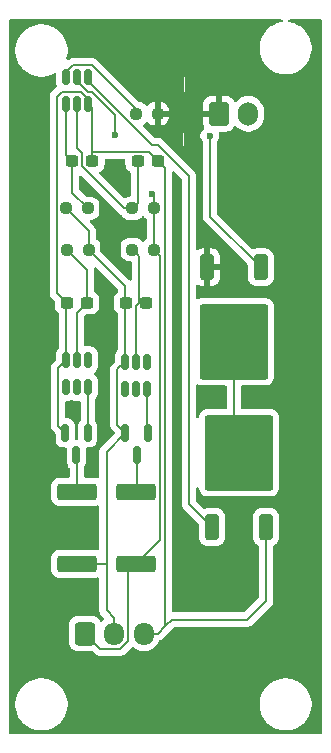
<source format=gbr>
%TF.GenerationSoftware,KiCad,Pcbnew,9.0.4*%
%TF.CreationDate,2025-10-23T14:08:18-04:00*%
%TF.ProjectId,BMS,424d532e-6b69-4636-9164-5f7063625858,rev?*%
%TF.SameCoordinates,Original*%
%TF.FileFunction,Copper,L1,Top*%
%TF.FilePolarity,Positive*%
%FSLAX46Y46*%
G04 Gerber Fmt 4.6, Leading zero omitted, Abs format (unit mm)*
G04 Created by KiCad (PCBNEW 9.0.4) date 2025-10-23 14:08:18*
%MOMM*%
%LPD*%
G01*
G04 APERTURE LIST*
G04 Aperture macros list*
%AMRoundRect*
0 Rectangle with rounded corners*
0 $1 Rounding radius*
0 $2 $3 $4 $5 $6 $7 $8 $9 X,Y pos of 4 corners*
0 Add a 4 corners polygon primitive as box body*
4,1,4,$2,$3,$4,$5,$6,$7,$8,$9,$2,$3,0*
0 Add four circle primitives for the rounded corners*
1,1,$1+$1,$2,$3*
1,1,$1+$1,$4,$5*
1,1,$1+$1,$6,$7*
1,1,$1+$1,$8,$9*
0 Add four rect primitives between the rounded corners*
20,1,$1+$1,$2,$3,$4,$5,0*
20,1,$1+$1,$4,$5,$6,$7,0*
20,1,$1+$1,$6,$7,$8,$9,0*
20,1,$1+$1,$8,$9,$2,$3,0*%
G04 Aperture macros list end*
%TA.AperFunction,SMDPad,CuDef*%
%ADD10RoundRect,0.150000X-0.150000X0.587500X-0.150000X-0.587500X0.150000X-0.587500X0.150000X0.587500X0*%
%TD*%
%TA.AperFunction,SMDPad,CuDef*%
%ADD11RoundRect,0.150000X-0.150000X0.512500X-0.150000X-0.512500X0.150000X-0.512500X0.150000X0.512500X0*%
%TD*%
%TA.AperFunction,SMDPad,CuDef*%
%ADD12RoundRect,0.237500X-0.300000X-0.237500X0.300000X-0.237500X0.300000X0.237500X-0.300000X0.237500X0*%
%TD*%
%TA.AperFunction,SMDPad,CuDef*%
%ADD13RoundRect,0.249999X-1.425001X0.450001X-1.425001X-0.450001X1.425001X-0.450001X1.425001X0.450001X0*%
%TD*%
%TA.AperFunction,SMDPad,CuDef*%
%ADD14RoundRect,0.250000X0.350000X-0.850000X0.350000X0.850000X-0.350000X0.850000X-0.350000X-0.850000X0*%
%TD*%
%TA.AperFunction,SMDPad,CuDef*%
%ADD15RoundRect,0.249997X2.650003X-2.950003X2.650003X2.950003X-2.650003X2.950003X-2.650003X-2.950003X0*%
%TD*%
%TA.AperFunction,SMDPad,CuDef*%
%ADD16RoundRect,0.237500X-0.250000X-0.237500X0.250000X-0.237500X0.250000X0.237500X-0.250000X0.237500X0*%
%TD*%
%TA.AperFunction,ComponentPad*%
%ADD17RoundRect,0.250000X-0.600000X-0.750000X0.600000X-0.750000X0.600000X0.750000X-0.600000X0.750000X0*%
%TD*%
%TA.AperFunction,ComponentPad*%
%ADD18O,1.700000X2.000000*%
%TD*%
%TA.AperFunction,ComponentPad*%
%ADD19RoundRect,0.250000X-0.600000X-0.725000X0.600000X-0.725000X0.600000X0.725000X-0.600000X0.725000X0*%
%TD*%
%TA.AperFunction,ComponentPad*%
%ADD20O,1.700000X1.950000*%
%TD*%
%TA.AperFunction,SMDPad,CuDef*%
%ADD21RoundRect,0.250000X-0.350000X0.850000X-0.350000X-0.850000X0.350000X-0.850000X0.350000X0.850000X0*%
%TD*%
%TA.AperFunction,SMDPad,CuDef*%
%ADD22RoundRect,0.249997X-2.650003X2.950003X-2.650003X-2.950003X2.650003X-2.950003X2.650003X2.950003X0*%
%TD*%
%TA.AperFunction,ViaPad*%
%ADD23C,0.600000*%
%TD*%
%TA.AperFunction,Conductor*%
%ADD24C,0.200000*%
%TD*%
G04 APERTURE END LIST*
D10*
%TO.P,Q4,1,D*%
%TO.N,Net-(Q4-D)*%
X145000000Y-96000000D03*
%TO.P,Q4,2,G*%
%TO.N,Net-(J1-Pin_2)*%
X143100000Y-96000000D03*
%TO.P,Q4,3,S*%
%TO.N,Net-(Q4-S)*%
X144050000Y-97875000D03*
%TD*%
%TO.P,Q3,1,D*%
%TO.N,Net-(Q3-D)*%
X139900000Y-96000000D03*
%TO.P,Q3,2,G*%
%TO.N,Net-(J1-Pin_3)*%
X138000000Y-96000000D03*
%TO.P,Q3,3,S*%
%TO.N,Net-(Q3-S)*%
X138950000Y-97875000D03*
%TD*%
D11*
%TO.P,U1,1,1A*%
%TO.N,unconnected-(U1-1A-Pad1)*%
X139950000Y-89862500D03*
%TO.P,U1,2,GND*%
%TO.N,Net-(U1-GND)*%
X139000000Y-89862500D03*
%TO.P,U1,3,2A*%
%TO.N,Net-(J1-Pin_3)*%
X138050000Y-89862500D03*
%TO.P,U1,4,2Y*%
%TO.N,unconnected-(U1-2Y-Pad4)*%
X138050000Y-92137500D03*
%TO.P,U1,5,V_{CC}*%
%TO.N,unconnected-(U1-V_{CC}-Pad5)*%
X139000000Y-92137500D03*
%TO.P,U1,6,1Y*%
%TO.N,Net-(Q3-D)*%
X139950000Y-92137500D03*
%TD*%
D12*
%TO.P,C1,1*%
%TO.N,Net-(U3-IO3)*%
X138575000Y-73000000D03*
%TO.P,C1,2*%
%TO.N,Net-(J1-Pin_3)*%
X140300000Y-73000000D03*
%TD*%
D13*
%TO.P,R5,1*%
%TO.N,Net-(Q3-S)*%
X139000000Y-101000000D03*
%TO.P,R5,2*%
%TO.N,Net-(J1-Pin_2)*%
X139000000Y-107100000D03*
%TD*%
D14*
%TO.P,Q2,1,D*%
%TO.N,Net-(Q2-D)*%
X150440000Y-104000000D03*
D15*
%TO.P,Q2,2,G*%
%TO.N,Net-(Q1-G)*%
X152720000Y-97700000D03*
D14*
%TO.P,Q2,3,S*%
%TO.N,Net-(J1-Pin_3)*%
X155000000Y-104000000D03*
%TD*%
D16*
%TO.P,R7,1*%
%TO.N,Net-(U3-IO2)*%
X144000000Y-69000000D03*
%TO.P,R7,2*%
%TO.N,GND*%
X145825000Y-69000000D03*
%TD*%
D12*
%TO.P,C4,1*%
%TO.N,Net-(J1-Pin_2)*%
X143137500Y-85000000D03*
%TO.P,C4,2*%
%TO.N,Net-(U2-GND)*%
X144862500Y-85000000D03*
%TD*%
%TO.P,C2,1*%
%TO.N,Net-(U3-VP)*%
X144137500Y-73000000D03*
%TO.P,C2,2*%
%TO.N,Net-(J1-Pin_3)*%
X145862500Y-73000000D03*
%TD*%
D16*
%TO.P,R2,1*%
%TO.N,Net-(U3-VP)*%
X143675000Y-77000000D03*
%TO.P,R2,2*%
%TO.N,Net-(J1-Pin_1)*%
X145500000Y-77000000D03*
%TD*%
%TO.P,R1,1*%
%TO.N,Net-(J1-Pin_2)*%
X138087500Y-77000000D03*
%TO.P,R1,2*%
%TO.N,Net-(U3-IO3)*%
X139912500Y-77000000D03*
%TD*%
D13*
%TO.P,R6,1*%
%TO.N,Net-(Q4-S)*%
X144000000Y-101000000D03*
%TO.P,R6,2*%
%TO.N,Net-(J1-Pin_1)*%
X144000000Y-107100000D03*
%TD*%
D17*
%TO.P,J2,1,Pin_1*%
%TO.N,GND*%
X151000000Y-69000000D03*
D18*
%TO.P,J2,2,Pin_2*%
%TO.N,Net-(J1-Pin_1)*%
X153500000Y-69000000D03*
%TD*%
D12*
%TO.P,C3,1*%
%TO.N,Net-(J1-Pin_3)*%
X138137500Y-85000000D03*
%TO.P,C3,2*%
%TO.N,Net-(U1-GND)*%
X139862500Y-85000000D03*
%TD*%
D11*
%TO.P,U3,1,IO1*%
%TO.N,Net-(Q2-D)*%
X139950000Y-65862500D03*
%TO.P,U3,2,VN*%
%TO.N,Net-(Q1-D)*%
X139000000Y-65862500D03*
%TO.P,U3,3,IO2*%
%TO.N,Net-(U3-IO2)*%
X138050000Y-65862500D03*
%TO.P,U3,4,IO3*%
%TO.N,Net-(U3-IO3)*%
X138050000Y-68137500D03*
%TO.P,U3,5,VP*%
%TO.N,Net-(U3-VP)*%
X139000000Y-68137500D03*
%TO.P,U3,6,IO4*%
%TO.N,Net-(J1-Pin_3)*%
X139950000Y-68137500D03*
%TD*%
D19*
%TO.P,J1,1,Pin_1*%
%TO.N,Net-(J1-Pin_1)*%
X139675000Y-113000000D03*
D20*
%TO.P,J1,2,Pin_2*%
%TO.N,Net-(J1-Pin_2)*%
X142175000Y-113000000D03*
%TO.P,J1,3,Pin_3*%
%TO.N,Net-(J1-Pin_3)*%
X144675000Y-113000000D03*
%TD*%
D16*
%TO.P,R3,1*%
%TO.N,Net-(U1-GND)*%
X138175000Y-80500000D03*
%TO.P,R3,2*%
%TO.N,Net-(J1-Pin_2)*%
X140000000Y-80500000D03*
%TD*%
D21*
%TO.P,Q1,1,D*%
%TO.N,Net-(Q1-D)*%
X154560000Y-82000000D03*
D22*
%TO.P,Q1,2,G*%
%TO.N,Net-(Q1-G)*%
X152280000Y-88300000D03*
D21*
%TO.P,Q1,3,S*%
%TO.N,GND*%
X150000000Y-82000000D03*
%TD*%
D16*
%TO.P,R4,1*%
%TO.N,Net-(U2-GND)*%
X143675000Y-80500000D03*
%TO.P,R4,2*%
%TO.N,Net-(J1-Pin_1)*%
X145500000Y-80500000D03*
%TD*%
D11*
%TO.P,U2,1,1A*%
%TO.N,unconnected-(U2-1A-Pad1)*%
X144950000Y-90000000D03*
%TO.P,U2,2,GND*%
%TO.N,Net-(U2-GND)*%
X144000000Y-90000000D03*
%TO.P,U2,3,2A*%
%TO.N,Net-(J1-Pin_2)*%
X143050000Y-90000000D03*
%TO.P,U2,4,2Y*%
%TO.N,unconnected-(U2-2Y-Pad4)*%
X143050000Y-92275000D03*
%TO.P,U2,5,V_{CC}*%
%TO.N,unconnected-(U2-V_{CC}-Pad5)*%
X144000000Y-92275000D03*
%TO.P,U2,6,1Y*%
%TO.N,Net-(Q4-D)*%
X144950000Y-92275000D03*
%TD*%
D23*
%TO.N,Net-(J1-Pin_1)*%
X145368800Y-75807200D03*
%TO.N,GND*%
X157226000Y-78130400D03*
X134467600Y-76149200D03*
X138938000Y-94030800D03*
X134366000Y-69342000D03*
X155041600Y-75285600D03*
X153060400Y-76962000D03*
X134823200Y-108864400D03*
X134467600Y-84226400D03*
X142087600Y-78282800D03*
X140360400Y-87528400D03*
X152146000Y-115316000D03*
X151231600Y-63550800D03*
X147320000Y-80314800D03*
X150114000Y-93116400D03*
X150215600Y-108508800D03*
X147472400Y-86918800D03*
X145542000Y-64363600D03*
X158394400Y-83058000D03*
X157784800Y-109169200D03*
X141478000Y-83312000D03*
X150012400Y-79400400D03*
X157327600Y-113893600D03*
X142595600Y-73812400D03*
X142189200Y-80873600D03*
X147320000Y-69392800D03*
X140817600Y-62890400D03*
X134315200Y-91186000D03*
X147421600Y-91490800D03*
X157784800Y-92659200D03*
X148183600Y-106273600D03*
X147878800Y-71983600D03*
X134315200Y-99110800D03*
%TO.N,Net-(Q1-D)*%
X142228200Y-70776300D03*
X150254800Y-70844400D03*
%TD*%
D24*
%TO.N,Net-(J1-Pin_1)*%
X143328300Y-113633000D02*
X143328300Y-107771700D01*
X143328300Y-107771700D02*
X144000000Y-107100000D01*
X145500000Y-77000000D02*
X145500000Y-80500000D01*
X145500000Y-80500000D02*
X146010200Y-81010200D01*
X142663500Y-114297800D02*
X143328300Y-113633000D01*
X146010200Y-105089800D02*
X144000000Y-107100000D01*
X146010200Y-81010200D02*
X146010200Y-105089800D01*
X139675000Y-113000000D02*
X140972800Y-114297800D01*
X140972800Y-114297800D02*
X142663500Y-114297800D01*
X145500000Y-75938400D02*
X145500000Y-77000000D01*
X145368800Y-75807200D02*
X145500000Y-75938400D01*
%TO.N,Net-(Q1-G)*%
X152720000Y-97700000D02*
X152280000Y-97260000D01*
X152280000Y-97260000D02*
X152280000Y-88300000D01*
%TO.N,Net-(J1-Pin_2)*%
X143050000Y-85089800D02*
X143050000Y-83550000D01*
X142175000Y-113000000D02*
X142175000Y-111723300D01*
X143100000Y-96000000D02*
X141500100Y-97599900D01*
X142424300Y-95324300D02*
X143100000Y-96000000D01*
X141500100Y-111048400D02*
X142175000Y-111723300D01*
X138087500Y-77000000D02*
X140000000Y-78912500D01*
X140000000Y-78912500D02*
X140000000Y-80500000D01*
X143050000Y-85087500D02*
X143137500Y-85000000D01*
X143050000Y-85089800D02*
X143050000Y-85087500D01*
X143050000Y-83550000D02*
X140000000Y-80500000D01*
X141500100Y-107100000D02*
X139000000Y-107100000D01*
X141500100Y-97599900D02*
X141500100Y-107100000D01*
X143050000Y-90000000D02*
X143050000Y-85089800D01*
X143050000Y-90000000D02*
X142424300Y-90625700D01*
X142424300Y-90625700D02*
X142424300Y-95324300D01*
X141500100Y-107100000D02*
X141500100Y-111048400D01*
%TO.N,Net-(Q3-S)*%
X138950000Y-97875000D02*
X139000000Y-97925000D01*
X139000000Y-97925000D02*
X139000000Y-101000000D01*
%TO.N,Net-(U3-IO3)*%
X138575000Y-75662500D02*
X139912500Y-77000000D01*
X138575000Y-73000000D02*
X138575000Y-75662500D01*
X138050000Y-72475000D02*
X138050000Y-68137500D01*
X138575000Y-73000000D02*
X138050000Y-72475000D01*
%TO.N,Net-(Q4-S)*%
X144050000Y-100950000D02*
X144050000Y-97875000D01*
X144000000Y-101000000D02*
X144050000Y-100950000D01*
%TO.N,Net-(U3-IO2)*%
X144000000Y-68582300D02*
X140309400Y-64891700D01*
X144000000Y-69000000D02*
X144000000Y-68582300D01*
X138654900Y-64891700D02*
X138050000Y-65496600D01*
X140309400Y-64891700D02*
X138654900Y-64891700D01*
X138050000Y-65496600D02*
X138050000Y-65862500D01*
%TO.N,Net-(U3-VP)*%
X144137500Y-76537500D02*
X143675000Y-77000000D01*
X143675000Y-77000000D02*
X142981200Y-77000000D01*
X139000000Y-71874700D02*
X139000000Y-68137500D01*
X139437500Y-72312200D02*
X139000000Y-71874700D01*
X144137500Y-73000000D02*
X144137500Y-76537500D01*
X139437500Y-73456300D02*
X139437500Y-72312200D01*
X142981200Y-77000000D02*
X139437500Y-73456300D01*
%TO.N,Net-(U1-GND)*%
X138175000Y-80500000D02*
X139862500Y-82187500D01*
X139000000Y-85862500D02*
X139862500Y-85000000D01*
X139000000Y-89862500D02*
X139000000Y-85862500D01*
X139862500Y-82187500D02*
X139862500Y-85000000D01*
%TO.N,Net-(U2-GND)*%
X144000000Y-85254000D02*
X144254000Y-85000000D01*
X144254000Y-81079000D02*
X143675000Y-80500000D01*
X144000000Y-90000000D02*
X144000000Y-85254000D01*
X144254000Y-85000000D02*
X144862500Y-85000000D01*
X144254000Y-85000000D02*
X144254000Y-81079000D01*
%TO.N,Net-(J1-Pin_3)*%
X139950000Y-68137500D02*
X140300000Y-68487500D01*
X137710400Y-67123500D02*
X137275900Y-67558000D01*
X138050000Y-86673800D02*
X138050000Y-87433700D01*
X138050000Y-85439800D02*
X138050000Y-85481100D01*
X147003400Y-111816600D02*
X146560000Y-112260000D01*
X138050000Y-85481100D02*
X138050000Y-85781500D01*
X139950000Y-67742700D02*
X139330800Y-67123500D01*
X153425000Y-111816600D02*
X147003400Y-111816600D01*
X138050000Y-85781500D02*
X138050000Y-86673800D01*
X138050000Y-87475000D02*
X138050000Y-89862500D01*
X145067400Y-72204900D02*
X145862500Y-73000000D01*
X137275900Y-67558000D02*
X137275900Y-84138400D01*
X145826700Y-113000000D02*
X146436200Y-112390500D01*
X138050000Y-85087500D02*
X138050000Y-85439800D01*
X155000000Y-110241600D02*
X153425000Y-111816600D01*
X155000000Y-104000000D02*
X155000000Y-110241600D01*
X144675000Y-113000000D02*
X145826700Y-113000000D01*
X138050000Y-87433700D02*
X138050000Y-87475000D01*
X146436200Y-73573700D02*
X145862500Y-73000000D01*
X140300000Y-72204900D02*
X140300000Y-73000000D01*
X139950000Y-68137500D02*
X139950000Y-67742700D01*
X138000000Y-96000000D02*
X137394100Y-95394100D01*
X140300000Y-68487500D02*
X140300000Y-72204900D01*
X146436200Y-112390500D02*
X146436200Y-73573700D01*
X139330800Y-67123500D02*
X137710400Y-67123500D01*
X137394100Y-95394100D02*
X137394100Y-90518400D01*
X140300000Y-72204900D02*
X145067400Y-72204900D01*
X138137500Y-85000000D02*
X138050000Y-85087500D01*
X137275900Y-84138400D02*
X138137500Y-85000000D01*
X137394100Y-90518400D02*
X138050000Y-89862500D01*
%TO.N,Net-(Q1-D)*%
X142228200Y-70776300D02*
X142228200Y-69113500D01*
X139000000Y-66219700D02*
X139000000Y-65862500D01*
X139921900Y-67141600D02*
X139000000Y-66219700D01*
X140256300Y-67141600D02*
X139921900Y-67141600D01*
X142228200Y-69113500D02*
X140256300Y-67141600D01*
X154560000Y-82000000D02*
X150254800Y-77694800D01*
X150254800Y-77694800D02*
X150254800Y-70844400D01*
%TO.N,Net-(Q2-D)*%
X139950000Y-66227000D02*
X145368400Y-71645400D01*
X145860200Y-71645400D02*
X148475000Y-74260200D01*
X148475000Y-74260200D02*
X148475000Y-102035000D01*
X145368400Y-71645400D02*
X145860200Y-71645400D01*
X148475000Y-102035000D02*
X150440000Y-104000000D01*
X139950000Y-65862500D02*
X139950000Y-66227000D01*
%TO.N,Net-(Q3-D)*%
X139950000Y-95950000D02*
X139950000Y-92137500D01*
X139900000Y-96000000D02*
X139950000Y-95950000D01*
%TO.N,Net-(Q4-D)*%
X144950000Y-95950000D02*
X144950000Y-92275000D01*
X145000000Y-96000000D02*
X144950000Y-95950000D01*
%TD*%
%TA.AperFunction,Conductor*%
%TO.N,GND*%
G36*
X147241903Y-73876784D02*
G01*
X147248381Y-73882816D01*
X147838181Y-74472616D01*
X147871666Y-74533939D01*
X147874500Y-74560297D01*
X147874500Y-84567027D01*
X147574000Y-109016800D01*
X147036700Y-108998847D01*
X147036700Y-73970497D01*
X147056385Y-73903458D01*
X147109189Y-73857703D01*
X147178347Y-73847759D01*
X147241903Y-73876784D01*
G37*
%TD.AperFunction*%
%TA.AperFunction,Conductor*%
G36*
X133819190Y-64067046D02*
G01*
X133894177Y-64346905D01*
X134005052Y-64614580D01*
X134005057Y-64614591D01*
X134034718Y-64665964D01*
X134149920Y-64865499D01*
X134149922Y-64865502D01*
X134149923Y-64865503D01*
X134326295Y-65095357D01*
X134326301Y-65095364D01*
X134531163Y-65300226D01*
X134531169Y-65300231D01*
X134761029Y-65476608D01*
X134919700Y-65568217D01*
X135011936Y-65621470D01*
X135011941Y-65621472D01*
X135011944Y-65621474D01*
X135279621Y-65732350D01*
X135559481Y-65807338D01*
X135846734Y-65845156D01*
X135846741Y-65845156D01*
X136136459Y-65845156D01*
X136136466Y-65845156D01*
X136423719Y-65807338D01*
X136703579Y-65732350D01*
X136971256Y-65621474D01*
X137063500Y-65568217D01*
X137131400Y-65551744D01*
X137197427Y-65574596D01*
X137240617Y-65629517D01*
X137249500Y-65675604D01*
X137249500Y-66440701D01*
X137252401Y-66477567D01*
X137252402Y-66477573D01*
X137289279Y-66604502D01*
X137289080Y-66674372D01*
X137257884Y-66726778D01*
X136900117Y-67084546D01*
X136900114Y-67084548D01*
X136900115Y-67084549D01*
X136795378Y-67189285D01*
X136762933Y-67245483D01*
X136753294Y-67262180D01*
X136734808Y-67294197D01*
X136716323Y-67326214D01*
X136716323Y-67326215D01*
X136675399Y-67478943D01*
X136675399Y-67478945D01*
X136675399Y-67647046D01*
X136675400Y-67647059D01*
X136675400Y-84051730D01*
X136675399Y-84051748D01*
X136675399Y-84217454D01*
X136675398Y-84217454D01*
X136678732Y-84229897D01*
X136716323Y-84370185D01*
X136716324Y-84370187D01*
X136716323Y-84370187D01*
X136733245Y-84399495D01*
X136733247Y-84399497D01*
X136733248Y-84399499D01*
X136774669Y-84471243D01*
X136795379Y-84507115D01*
X136914249Y-84625985D01*
X136914255Y-84625990D01*
X137063181Y-84774916D01*
X137096666Y-84836239D01*
X137099500Y-84862597D01*
X137099500Y-85286669D01*
X137099501Y-85286687D01*
X137109825Y-85387752D01*
X137146109Y-85497249D01*
X137164092Y-85551516D01*
X137254660Y-85698350D01*
X137376650Y-85820340D01*
X137388920Y-85827908D01*
X137390596Y-85828942D01*
X137437321Y-85880890D01*
X137449500Y-85934481D01*
X137449500Y-88829191D01*
X137429815Y-88896230D01*
X137413181Y-88916872D01*
X137381923Y-88948129D01*
X137381917Y-88948137D01*
X137298255Y-89089603D01*
X137298254Y-89089606D01*
X137252402Y-89247426D01*
X137252401Y-89247432D01*
X137249500Y-89284298D01*
X137249500Y-89762402D01*
X137229815Y-89829441D01*
X137213181Y-89850083D01*
X136913581Y-90149682D01*
X136913577Y-90149687D01*
X136866508Y-90231215D01*
X136866508Y-90231216D01*
X136834523Y-90286614D01*
X136834523Y-90286615D01*
X136793599Y-90439343D01*
X136793599Y-90439345D01*
X136793599Y-90607446D01*
X136793600Y-90607459D01*
X136793600Y-95307430D01*
X136793599Y-95307448D01*
X136793599Y-95473154D01*
X136793598Y-95473154D01*
X136834523Y-95625885D01*
X136863458Y-95676000D01*
X136863459Y-95676004D01*
X136863460Y-95676004D01*
X136913579Y-95762814D01*
X136913581Y-95762817D01*
X137032449Y-95881685D01*
X137032455Y-95881690D01*
X137163181Y-96012416D01*
X137196666Y-96073739D01*
X137199500Y-96100097D01*
X137199500Y-96653201D01*
X137202401Y-96690067D01*
X137202402Y-96690073D01*
X137248254Y-96847893D01*
X137248255Y-96847896D01*
X137331917Y-96989362D01*
X137331923Y-96989370D01*
X137448129Y-97105576D01*
X137448133Y-97105579D01*
X137448135Y-97105581D01*
X137589602Y-97189244D01*
X137631224Y-97201336D01*
X137747426Y-97235097D01*
X137747429Y-97235097D01*
X137747431Y-97235098D01*
X137784306Y-97238000D01*
X138025500Y-97238000D01*
X138092539Y-97257685D01*
X138138294Y-97310489D01*
X138149500Y-97362000D01*
X138149500Y-98528201D01*
X138152401Y-98565067D01*
X138152402Y-98565073D01*
X138198254Y-98722893D01*
X138198255Y-98722896D01*
X138281917Y-98864362D01*
X138281923Y-98864370D01*
X138363181Y-98945628D01*
X138396666Y-99006951D01*
X138399500Y-99033309D01*
X138399500Y-99675500D01*
X138379815Y-99742539D01*
X138327011Y-99788294D01*
X138275500Y-99799500D01*
X137524982Y-99799500D01*
X137422203Y-99810000D01*
X137422202Y-99810001D01*
X137364188Y-99829225D01*
X137255667Y-99865185D01*
X137255662Y-99865187D01*
X137106342Y-99957289D01*
X136982289Y-100081342D01*
X136890187Y-100230662D01*
X136890186Y-100230665D01*
X136835001Y-100397202D01*
X136835001Y-100397203D01*
X136835000Y-100397203D01*
X136824500Y-100499982D01*
X136824500Y-101500017D01*
X136835000Y-101602796D01*
X136835001Y-101602798D01*
X136890186Y-101769335D01*
X136982288Y-101918656D01*
X137106344Y-102042712D01*
X137255665Y-102134814D01*
X137422202Y-102189999D01*
X137524990Y-102200500D01*
X137524995Y-102200500D01*
X140475005Y-102200500D01*
X140475010Y-102200500D01*
X140577798Y-102189999D01*
X140736601Y-102137376D01*
X140806424Y-102134975D01*
X140866466Y-102170706D01*
X140897659Y-102233227D01*
X140899600Y-102255083D01*
X140899600Y-105844916D01*
X140879915Y-105911955D01*
X140827111Y-105957710D01*
X140757953Y-105967654D01*
X140736600Y-105962623D01*
X140577798Y-105910001D01*
X140577796Y-105910000D01*
X140475017Y-105899500D01*
X140475010Y-105899500D01*
X137524990Y-105899500D01*
X137524982Y-105899500D01*
X137422203Y-105910000D01*
X137422202Y-105910001D01*
X137364188Y-105929225D01*
X137255667Y-105965185D01*
X137255662Y-105965187D01*
X137106342Y-106057289D01*
X136982289Y-106181342D01*
X136890187Y-106330662D01*
X136890186Y-106330665D01*
X136835001Y-106497202D01*
X136835001Y-106497203D01*
X136835000Y-106497203D01*
X136824500Y-106599982D01*
X136824500Y-107600017D01*
X136835000Y-107702796D01*
X136835001Y-107702798D01*
X136890186Y-107869335D01*
X136982288Y-108018656D01*
X137106344Y-108142712D01*
X137255665Y-108234814D01*
X137422202Y-108289999D01*
X137524990Y-108300500D01*
X137524995Y-108300500D01*
X140475005Y-108300500D01*
X140475010Y-108300500D01*
X140577798Y-108289999D01*
X140736601Y-108237376D01*
X140806424Y-108234975D01*
X140866466Y-108270706D01*
X140897659Y-108333227D01*
X140899600Y-108355083D01*
X140899600Y-108793788D01*
X133250500Y-108538210D01*
X133250500Y-63803654D01*
X133783320Y-63794601D01*
X133819190Y-64067046D01*
G37*
%TD.AperFunction*%
%TA.AperFunction,Conductor*%
G36*
X140668203Y-82017884D02*
G01*
X140674681Y-82023916D01*
X142413181Y-83762416D01*
X142427884Y-83789343D01*
X142444477Y-83815162D01*
X142445368Y-83821362D01*
X142446666Y-83823739D01*
X142449500Y-83850097D01*
X142449500Y-84065518D01*
X142429815Y-84132557D01*
X142390600Y-84171055D01*
X142376650Y-84179660D01*
X142376649Y-84179660D01*
X142254661Y-84301648D01*
X142164093Y-84448481D01*
X142164092Y-84448484D01*
X142109826Y-84612247D01*
X142109826Y-84612248D01*
X142109825Y-84612248D01*
X142099500Y-84713315D01*
X142099500Y-85286669D01*
X142099501Y-85286687D01*
X142109825Y-85387752D01*
X142146109Y-85497249D01*
X142164092Y-85551516D01*
X142254660Y-85698350D01*
X142376650Y-85820340D01*
X142388920Y-85827908D01*
X142390596Y-85828942D01*
X142437321Y-85880890D01*
X142449500Y-85934481D01*
X142449500Y-88966691D01*
X142429815Y-89033730D01*
X142413181Y-89054372D01*
X142381923Y-89085629D01*
X142381917Y-89085637D01*
X142298255Y-89227103D01*
X142298254Y-89227106D01*
X142252402Y-89384926D01*
X142252401Y-89384932D01*
X142249500Y-89421798D01*
X142249500Y-89899902D01*
X142229815Y-89966941D01*
X142213181Y-89987583D01*
X141943781Y-90256982D01*
X141943780Y-90256984D01*
X141894108Y-90343020D01*
X141864723Y-90393915D01*
X141823799Y-90546643D01*
X141823799Y-90546645D01*
X141823799Y-90714746D01*
X141823800Y-90714759D01*
X141823800Y-95237630D01*
X141823799Y-95237648D01*
X141823799Y-95403354D01*
X141823798Y-95403354D01*
X141823799Y-95403357D01*
X141864723Y-95556085D01*
X141864724Y-95556086D01*
X141879271Y-95581284D01*
X141879272Y-95581285D01*
X141943775Y-95693009D01*
X141943781Y-95693017D01*
X142062649Y-95811885D01*
X142062655Y-95811890D01*
X142163083Y-95912318D01*
X142196568Y-95973641D01*
X142191584Y-96043333D01*
X142163083Y-96087680D01*
X141131386Y-97119378D01*
X141019581Y-97231182D01*
X141019579Y-97231184D01*
X141009175Y-97249206D01*
X140994572Y-97274500D01*
X140982759Y-97294961D01*
X140944054Y-97362000D01*
X140940523Y-97368115D01*
X140899599Y-97520843D01*
X140899599Y-97520845D01*
X140899599Y-97688946D01*
X140899600Y-97688959D01*
X140899600Y-99744916D01*
X140879915Y-99811955D01*
X140827111Y-99857710D01*
X140757953Y-99867654D01*
X140736600Y-99862623D01*
X140577798Y-99810001D01*
X140577796Y-99810000D01*
X140475017Y-99799500D01*
X140475010Y-99799500D01*
X139724500Y-99799500D01*
X139657461Y-99779815D01*
X139611706Y-99727011D01*
X139600500Y-99675500D01*
X139600500Y-98928015D01*
X139617768Y-98864894D01*
X139618083Y-98864362D01*
X139701744Y-98722898D01*
X139747598Y-98565069D01*
X139750500Y-98528194D01*
X139750500Y-97362000D01*
X139770185Y-97294961D01*
X139822989Y-97249206D01*
X139874500Y-97238000D01*
X140115686Y-97238000D01*
X140115694Y-97238000D01*
X140152569Y-97235098D01*
X140152571Y-97235097D01*
X140152573Y-97235097D01*
X140194191Y-97223005D01*
X140310398Y-97189244D01*
X140451865Y-97105581D01*
X140568081Y-96989365D01*
X140651744Y-96847898D01*
X140697598Y-96690069D01*
X140700500Y-96653194D01*
X140700500Y-95346806D01*
X140697598Y-95309931D01*
X140696871Y-95307430D01*
X140651745Y-95152106D01*
X140651744Y-95152103D01*
X140651744Y-95152102D01*
X140603583Y-95070667D01*
X140567768Y-95010105D01*
X140550500Y-94946984D01*
X140550500Y-93170808D01*
X140570185Y-93103769D01*
X140586820Y-93083126D01*
X140618076Y-93051870D01*
X140618081Y-93051865D01*
X140701744Y-92910398D01*
X140747598Y-92752569D01*
X140750500Y-92715694D01*
X140750500Y-91559306D01*
X140747598Y-91522431D01*
X140701744Y-91364602D01*
X140618081Y-91223135D01*
X140618079Y-91223133D01*
X140618076Y-91223129D01*
X140501870Y-91106923D01*
X140501867Y-91106921D01*
X140501865Y-91106919D01*
X140501549Y-91106732D01*
X140501353Y-91106522D01*
X140495702Y-91102139D01*
X140496409Y-91101227D01*
X140453866Y-91055664D01*
X140441362Y-90986923D01*
X140468006Y-90922333D01*
X140495921Y-90898144D01*
X140495702Y-90897861D01*
X140500911Y-90893820D01*
X140501550Y-90893267D01*
X140501865Y-90893081D01*
X140618081Y-90776865D01*
X140701744Y-90635398D01*
X140747598Y-90477569D01*
X140750500Y-90440694D01*
X140750500Y-89284306D01*
X140747598Y-89247431D01*
X140701744Y-89089602D01*
X140618081Y-88948135D01*
X140618079Y-88948133D01*
X140618076Y-88948129D01*
X140501870Y-88831923D01*
X140501862Y-88831917D01*
X140360396Y-88748255D01*
X140360393Y-88748254D01*
X140202573Y-88702402D01*
X140202567Y-88702401D01*
X140165701Y-88699500D01*
X140165694Y-88699500D01*
X139734306Y-88699500D01*
X139734300Y-88699500D01*
X139734282Y-88699501D01*
X139734222Y-88699506D01*
X139734212Y-88699503D01*
X139731868Y-88699596D01*
X139731844Y-88699006D01*
X139665845Y-88685138D01*
X139616091Y-88636084D01*
X139600500Y-88575888D01*
X139600500Y-86162597D01*
X139609144Y-86133156D01*
X139615668Y-86103170D01*
X139619422Y-86098154D01*
X139620185Y-86095558D01*
X139636819Y-86074916D01*
X139699917Y-86011818D01*
X139761240Y-85978333D01*
X139787598Y-85975499D01*
X140211670Y-85975499D01*
X140211676Y-85975499D01*
X140312753Y-85965174D01*
X140476516Y-85910908D01*
X140623350Y-85820340D01*
X140745340Y-85698350D01*
X140835908Y-85551516D01*
X140890174Y-85387753D01*
X140900500Y-85286677D01*
X140900499Y-84713324D01*
X140890174Y-84612247D01*
X140835908Y-84448484D01*
X140745340Y-84301650D01*
X140623350Y-84179660D01*
X140623346Y-84179657D01*
X140521903Y-84117086D01*
X140475178Y-84065138D01*
X140463000Y-84011548D01*
X140463000Y-82111597D01*
X140482685Y-82044558D01*
X140535489Y-81998803D01*
X140604647Y-81988859D01*
X140668203Y-82017884D01*
G37*
%TD.AperFunction*%
%TA.AperFunction,Conductor*%
G36*
X138543762Y-93237844D02*
G01*
X138555500Y-93237409D01*
X138588125Y-93250870D01*
X138589602Y-93251744D01*
X138631224Y-93263836D01*
X138747426Y-93297597D01*
X138747429Y-93297597D01*
X138747431Y-93297598D01*
X138784306Y-93300500D01*
X138784314Y-93300500D01*
X139215686Y-93300500D01*
X139215694Y-93300500D01*
X139215729Y-93300497D01*
X139215734Y-93300498D01*
X139218132Y-93300404D01*
X139218155Y-93301005D01*
X139284111Y-93314837D01*
X139333885Y-93363872D01*
X139349500Y-93424111D01*
X139349500Y-94841691D01*
X139329815Y-94908730D01*
X139313181Y-94929372D01*
X139231923Y-95010629D01*
X139231917Y-95010637D01*
X139148255Y-95152103D01*
X139148254Y-95152106D01*
X139102402Y-95309926D01*
X139102401Y-95309932D01*
X139099500Y-95346798D01*
X139099500Y-96513000D01*
X139096949Y-96521685D01*
X139098238Y-96530647D01*
X139087259Y-96554687D01*
X139079815Y-96580039D01*
X139072974Y-96585966D01*
X139069213Y-96594203D01*
X139046978Y-96608492D01*
X139027011Y-96625794D01*
X139016496Y-96628081D01*
X139010435Y-96631977D01*
X138975500Y-96637000D01*
X138924500Y-96637000D01*
X138857461Y-96617315D01*
X138811706Y-96564511D01*
X138800500Y-96513000D01*
X138800500Y-95346813D01*
X138800499Y-95346798D01*
X138797598Y-95309932D01*
X138797597Y-95309926D01*
X138751745Y-95152106D01*
X138751744Y-95152103D01*
X138751744Y-95152102D01*
X138668081Y-95010635D01*
X138668079Y-95010633D01*
X138668076Y-95010629D01*
X138551870Y-94894423D01*
X138551862Y-94894417D01*
X138410396Y-94810755D01*
X138410393Y-94810754D01*
X138252573Y-94764902D01*
X138252567Y-94764901D01*
X138215701Y-94762000D01*
X138215694Y-94762000D01*
X138118600Y-94762000D01*
X138051561Y-94742315D01*
X138005806Y-94689511D01*
X137994600Y-94638000D01*
X137994600Y-93424500D01*
X138014285Y-93357461D01*
X138067089Y-93311706D01*
X138118600Y-93300500D01*
X138265686Y-93300500D01*
X138265694Y-93300500D01*
X138302569Y-93297598D01*
X138302571Y-93297597D01*
X138302573Y-93297597D01*
X138399502Y-93269436D01*
X138460398Y-93251744D01*
X138461874Y-93250870D01*
X138463183Y-93250538D01*
X138467557Y-93248646D01*
X138467862Y-93249351D01*
X138474764Y-93247599D01*
X138485678Y-93240000D01*
X138507972Y-93239172D01*
X138529597Y-93233685D01*
X138543762Y-93237844D01*
G37*
%TD.AperFunction*%
%TA.AperFunction,Conductor*%
G36*
X139380703Y-74249184D02*
G01*
X139387180Y-74255215D01*
X142612484Y-77480520D01*
X142733410Y-77550336D01*
X142776948Y-77592626D01*
X142842157Y-77698346D01*
X142842160Y-77698350D01*
X142964150Y-77820340D01*
X143110984Y-77910908D01*
X143274747Y-77965174D01*
X143375823Y-77975500D01*
X143974176Y-77975499D01*
X143974184Y-77975498D01*
X143974187Y-77975498D01*
X144029530Y-77969844D01*
X144075253Y-77965174D01*
X144239016Y-77910908D01*
X144385850Y-77820340D01*
X144499819Y-77706371D01*
X144503938Y-77704121D01*
X144506484Y-77700178D01*
X144534316Y-77687533D01*
X144561142Y-77672886D01*
X144565822Y-77673220D01*
X144570097Y-77671279D01*
X144600346Y-77675689D01*
X144630834Y-77677870D01*
X144635879Y-77680870D01*
X144639235Y-77681360D01*
X144654130Y-77691724D01*
X144668889Y-77700501D01*
X144672134Y-77703324D01*
X144789150Y-77820340D01*
X144849236Y-77857401D01*
X144856889Y-77864059D01*
X144870467Y-77885280D01*
X144887321Y-77904017D01*
X144890000Y-77915807D01*
X144894546Y-77922912D01*
X144894520Y-77935698D01*
X144899500Y-77957610D01*
X144899500Y-79542388D01*
X144879815Y-79609427D01*
X144840598Y-79647926D01*
X144789150Y-79679659D01*
X144789149Y-79679660D01*
X144675181Y-79793629D01*
X144613858Y-79827114D01*
X144544166Y-79822130D01*
X144499819Y-79793629D01*
X144385851Y-79679661D01*
X144385850Y-79679660D01*
X144239016Y-79589092D01*
X144075253Y-79534826D01*
X144075251Y-79534825D01*
X143974178Y-79524500D01*
X143375830Y-79524500D01*
X143375812Y-79524501D01*
X143274747Y-79534825D01*
X143110984Y-79589092D01*
X143110981Y-79589093D01*
X142964148Y-79679661D01*
X142842161Y-79801648D01*
X142751593Y-79948481D01*
X142751592Y-79948484D01*
X142697326Y-80112247D01*
X142697326Y-80112248D01*
X142697325Y-80112248D01*
X142687000Y-80213315D01*
X142687000Y-80786669D01*
X142687001Y-80786687D01*
X142697325Y-80887752D01*
X142733609Y-80997249D01*
X142751592Y-81051516D01*
X142842160Y-81198350D01*
X142964150Y-81320340D01*
X143110984Y-81410908D01*
X143274747Y-81465174D01*
X143375823Y-81475500D01*
X143529500Y-81475499D01*
X143596539Y-81495183D01*
X143642294Y-81547987D01*
X143653500Y-81599499D01*
X143653500Y-83004901D01*
X143647261Y-83026146D01*
X143645683Y-83048230D01*
X143637610Y-83059014D01*
X143633815Y-83071940D01*
X143617082Y-83086438D01*
X143603814Y-83104165D01*
X143591191Y-83108873D01*
X143581011Y-83117695D01*
X143559097Y-83120845D01*
X143538351Y-83128585D01*
X143525186Y-83125721D01*
X143511853Y-83127639D01*
X143491711Y-83118440D01*
X143470077Y-83113735D01*
X143452349Y-83100464D01*
X143448297Y-83098614D01*
X143441822Y-83092585D01*
X143428099Y-83078863D01*
X143418716Y-83069480D01*
X143418713Y-83069478D01*
X141024318Y-80675083D01*
X140990833Y-80613760D01*
X140987999Y-80587402D01*
X140987999Y-80213330D01*
X140987998Y-80213313D01*
X140977674Y-80112247D01*
X140923408Y-79948484D01*
X140832840Y-79801650D01*
X140710850Y-79679660D01*
X140710849Y-79679659D01*
X140659402Y-79647926D01*
X140612678Y-79595978D01*
X140600500Y-79542388D01*
X140600500Y-78833445D01*
X140600500Y-78833443D01*
X140559577Y-78680716D01*
X140559573Y-78680709D01*
X140480524Y-78543790D01*
X140480521Y-78543786D01*
X140480520Y-78543784D01*
X140368716Y-78431980D01*
X140368715Y-78431979D01*
X140364385Y-78427649D01*
X140364374Y-78427639D01*
X140123915Y-78187180D01*
X140090430Y-78125857D01*
X140095414Y-78056165D01*
X140137286Y-78000232D01*
X140202750Y-77975815D01*
X140211596Y-77975499D01*
X140211670Y-77975499D01*
X140211676Y-77975499D01*
X140312753Y-77965174D01*
X140476516Y-77910908D01*
X140623350Y-77820340D01*
X140745340Y-77698350D01*
X140835908Y-77551516D01*
X140890174Y-77387753D01*
X140900500Y-77286677D01*
X140900499Y-76713324D01*
X140890174Y-76612247D01*
X140835908Y-76448484D01*
X140745340Y-76301650D01*
X140623350Y-76179660D01*
X140476516Y-76089092D01*
X140312753Y-76034826D01*
X140312751Y-76034825D01*
X140211684Y-76024500D01*
X140211677Y-76024500D01*
X139837598Y-76024500D01*
X139770559Y-76004815D01*
X139749917Y-75988181D01*
X139211819Y-75450083D01*
X139178334Y-75388760D01*
X139175500Y-75362402D01*
X139175500Y-74342897D01*
X139195185Y-74275858D01*
X139247989Y-74230103D01*
X139317147Y-74220159D01*
X139380703Y-74249184D01*
G37*
%TD.AperFunction*%
%TA.AperFunction,Conductor*%
G36*
X143042539Y-72825085D02*
G01*
X143088294Y-72877889D01*
X143099500Y-72929400D01*
X143099500Y-73286669D01*
X143099501Y-73286687D01*
X143109825Y-73387752D01*
X143146109Y-73497249D01*
X143164092Y-73551516D01*
X143254660Y-73698350D01*
X143376650Y-73820340D01*
X143478096Y-73882912D01*
X143524821Y-73934860D01*
X143537000Y-73988451D01*
X143537000Y-75900500D01*
X143517315Y-75967539D01*
X143464511Y-76013294D01*
X143413003Y-76024500D01*
X143375832Y-76024500D01*
X143375812Y-76024501D01*
X143274747Y-76034825D01*
X143110981Y-76089093D01*
X143076013Y-76110661D01*
X143008620Y-76129100D01*
X142941957Y-76108176D01*
X142923238Y-76092802D01*
X141928238Y-75097802D01*
X140918107Y-74087672D01*
X140884623Y-74026350D01*
X140889607Y-73956658D01*
X140931479Y-73900725D01*
X140940685Y-73894458D01*
X141060850Y-73820340D01*
X141182840Y-73698350D01*
X141273408Y-73551516D01*
X141327674Y-73387753D01*
X141338000Y-73286677D01*
X141337999Y-72929399D01*
X141357683Y-72862361D01*
X141410487Y-72816606D01*
X141461999Y-72805400D01*
X142975500Y-72805400D01*
X143042539Y-72825085D01*
G37*
%TD.AperFunction*%
%TA.AperFunction,Conductor*%
G36*
X148017239Y-72953203D02*
G01*
X146347789Y-71283754D01*
X146347788Y-71283752D01*
X146228917Y-71164881D01*
X146228916Y-71164880D01*
X146142104Y-71114760D01*
X146142104Y-71114759D01*
X146142100Y-71114758D01*
X146091985Y-71085823D01*
X145939257Y-71044899D01*
X145781143Y-71044899D01*
X145773547Y-71044899D01*
X145773531Y-71044900D01*
X145668498Y-71044900D01*
X145601459Y-71025215D01*
X145580817Y-71008581D01*
X144624887Y-70052651D01*
X144591402Y-69991328D01*
X144596386Y-69921636D01*
X144638258Y-69865703D01*
X144647458Y-69859440D01*
X144710850Y-69820340D01*
X144825175Y-69706014D01*
X144886494Y-69672532D01*
X144956186Y-69677516D01*
X145000534Y-69706017D01*
X145114461Y-69819944D01*
X145114465Y-69819947D01*
X145261188Y-69910448D01*
X145261199Y-69910453D01*
X145424847Y-69964680D01*
X145525851Y-69974999D01*
X146075000Y-69974999D01*
X146124140Y-69974999D01*
X146124154Y-69974998D01*
X146225152Y-69964680D01*
X146388800Y-69910453D01*
X146388811Y-69910448D01*
X146535534Y-69819947D01*
X146535538Y-69819944D01*
X146657444Y-69698038D01*
X146657447Y-69698034D01*
X146747948Y-69551311D01*
X146747953Y-69551300D01*
X146802180Y-69387652D01*
X146812499Y-69286654D01*
X146812500Y-69286641D01*
X146812500Y-69250000D01*
X146075000Y-69250000D01*
X146075000Y-69974999D01*
X145525851Y-69974999D01*
X145574999Y-69974998D01*
X145575000Y-69974998D01*
X145575000Y-68750000D01*
X146075000Y-68750000D01*
X146812499Y-68750000D01*
X146812499Y-68713360D01*
X146812498Y-68713345D01*
X146802180Y-68612347D01*
X146747953Y-68448699D01*
X146747948Y-68448688D01*
X146657447Y-68301965D01*
X146657444Y-68301961D01*
X146535538Y-68180055D01*
X146535534Y-68180052D01*
X146388811Y-68089551D01*
X146388800Y-68089546D01*
X146225152Y-68035319D01*
X146124154Y-68025000D01*
X146075000Y-68025000D01*
X146075000Y-68750000D01*
X145575000Y-68750000D01*
X145575000Y-68025000D01*
X145574999Y-68024999D01*
X145525861Y-68025000D01*
X145525843Y-68025001D01*
X145424847Y-68035319D01*
X145261199Y-68089546D01*
X145261188Y-68089551D01*
X145114465Y-68180052D01*
X145000534Y-68293983D01*
X144939211Y-68327467D01*
X144869519Y-68322483D01*
X144825172Y-68293982D01*
X144710851Y-68179661D01*
X144710850Y-68179660D01*
X144619629Y-68123395D01*
X144564018Y-68089093D01*
X144564013Y-68089091D01*
X144562569Y-68088612D01*
X144400253Y-68034826D01*
X144400250Y-68034825D01*
X144334438Y-68028102D01*
X144269746Y-68001706D01*
X144259360Y-67992425D01*
X140796990Y-64530055D01*
X140796988Y-64530052D01*
X140678117Y-64411181D01*
X140678116Y-64411180D01*
X140566792Y-64346907D01*
X140566792Y-64346906D01*
X140566789Y-64346906D01*
X140541185Y-64332123D01*
X140388457Y-64291199D01*
X140230343Y-64291199D01*
X140222747Y-64291199D01*
X140222731Y-64291200D01*
X138741570Y-64291200D01*
X138741554Y-64291199D01*
X138733958Y-64291199D01*
X138575843Y-64291199D01*
X138435636Y-64328767D01*
X138423111Y-64332124D01*
X138291820Y-64407926D01*
X138223920Y-64424399D01*
X138157893Y-64401547D01*
X138114702Y-64346625D01*
X138108061Y-64277072D01*
X138110040Y-64268464D01*
X138164010Y-64067047D01*
X138201828Y-63779794D01*
X138201828Y-63719530D01*
X148132800Y-63550800D01*
X148017239Y-72953203D01*
G37*
%TD.AperFunction*%
%TD*%
%TA.AperFunction,Conductor*%
%TO.N,GND*%
G36*
X156376164Y-61020185D02*
G01*
X156421919Y-61072989D01*
X156431863Y-61142147D01*
X156402838Y-61205703D01*
X156344060Y-61243477D01*
X156325312Y-61247438D01*
X156235081Y-61259318D01*
X155955222Y-61334305D01*
X155687547Y-61445180D01*
X155687536Y-61445185D01*
X155436624Y-61590051D01*
X155206770Y-61766423D01*
X155206763Y-61766429D01*
X155001901Y-61971291D01*
X155001895Y-61971298D01*
X154825523Y-62201152D01*
X154680657Y-62452064D01*
X154680652Y-62452075D01*
X154569777Y-62719750D01*
X154494790Y-62999609D01*
X154456972Y-63286854D01*
X154456972Y-63576601D01*
X154483723Y-63779787D01*
X154494790Y-63863847D01*
X154522237Y-63966281D01*
X154569777Y-64143705D01*
X154680652Y-64411380D01*
X154680657Y-64411391D01*
X154749167Y-64530052D01*
X154825520Y-64662299D01*
X154825522Y-64662302D01*
X154825523Y-64662303D01*
X155001895Y-64892157D01*
X155001901Y-64892164D01*
X155206763Y-65097026D01*
X155206769Y-65097031D01*
X155436629Y-65273408D01*
X155597893Y-65366514D01*
X155687536Y-65418270D01*
X155687541Y-65418272D01*
X155687544Y-65418274D01*
X155955221Y-65529150D01*
X156235081Y-65604138D01*
X156522334Y-65641956D01*
X156522341Y-65641956D01*
X156812059Y-65641956D01*
X156812066Y-65641956D01*
X157099319Y-65604138D01*
X157379179Y-65529150D01*
X157646856Y-65418274D01*
X157897771Y-65273408D01*
X158127631Y-65097031D01*
X158332503Y-64892159D01*
X158508880Y-64662299D01*
X158653746Y-64411384D01*
X158764622Y-64143707D01*
X158839610Y-63863847D01*
X158877428Y-63576594D01*
X158877428Y-63286862D01*
X158839610Y-62999609D01*
X158764622Y-62719749D01*
X158653746Y-62452072D01*
X158653744Y-62452069D01*
X158653742Y-62452064D01*
X158601986Y-62362421D01*
X158508880Y-62201157D01*
X158332503Y-61971297D01*
X158332498Y-61971291D01*
X158127636Y-61766429D01*
X158127629Y-61766423D01*
X157897775Y-61590051D01*
X157897774Y-61590050D01*
X157897771Y-61590048D01*
X157797732Y-61532290D01*
X157646863Y-61445185D01*
X157646852Y-61445180D01*
X157379177Y-61334305D01*
X157201753Y-61286765D01*
X157099319Y-61259318D01*
X157009088Y-61247438D01*
X156945193Y-61219172D01*
X156906722Y-61160848D01*
X156905891Y-61090983D01*
X156942963Y-61031760D01*
X157006169Y-61001981D01*
X157025275Y-61000500D01*
X159625500Y-61000500D01*
X159692539Y-61020185D01*
X159738294Y-61072989D01*
X159749500Y-61124500D01*
X159749500Y-121375500D01*
X159729815Y-121442539D01*
X159677011Y-121488294D01*
X159625500Y-121499500D01*
X133374500Y-121499500D01*
X133307461Y-121479815D01*
X133261706Y-121427011D01*
X133250500Y-121375500D01*
X133250500Y-118855126D01*
X133789772Y-118855126D01*
X133789772Y-119144873D01*
X133827590Y-119432118D01*
X133902577Y-119711977D01*
X134013452Y-119979652D01*
X134013457Y-119979663D01*
X134043118Y-120031036D01*
X134158320Y-120230571D01*
X134158322Y-120230574D01*
X134158323Y-120230575D01*
X134334695Y-120460429D01*
X134334701Y-120460436D01*
X134539563Y-120665298D01*
X134539569Y-120665303D01*
X134769429Y-120841680D01*
X134930693Y-120934786D01*
X135020336Y-120986542D01*
X135020341Y-120986544D01*
X135020344Y-120986546D01*
X135288021Y-121097422D01*
X135567881Y-121172410D01*
X135855134Y-121210228D01*
X135855141Y-121210228D01*
X136144859Y-121210228D01*
X136144866Y-121210228D01*
X136432119Y-121172410D01*
X136711979Y-121097422D01*
X136979656Y-120986546D01*
X137230571Y-120841680D01*
X137460431Y-120665303D01*
X137665303Y-120460431D01*
X137841680Y-120230571D01*
X137986546Y-119979656D01*
X138097422Y-119711979D01*
X138172410Y-119432119D01*
X138210228Y-119144866D01*
X138210228Y-118855134D01*
X138210227Y-118855126D01*
X154456972Y-118855126D01*
X154456972Y-119144873D01*
X154494790Y-119432118D01*
X154569777Y-119711977D01*
X154680652Y-119979652D01*
X154680657Y-119979663D01*
X154710318Y-120031036D01*
X154825520Y-120230571D01*
X154825522Y-120230574D01*
X154825523Y-120230575D01*
X155001895Y-120460429D01*
X155001901Y-120460436D01*
X155206763Y-120665298D01*
X155206769Y-120665303D01*
X155436629Y-120841680D01*
X155597893Y-120934786D01*
X155687536Y-120986542D01*
X155687541Y-120986544D01*
X155687544Y-120986546D01*
X155955221Y-121097422D01*
X156235081Y-121172410D01*
X156522334Y-121210228D01*
X156522341Y-121210228D01*
X156812059Y-121210228D01*
X156812066Y-121210228D01*
X157099319Y-121172410D01*
X157379179Y-121097422D01*
X157646856Y-120986546D01*
X157897771Y-120841680D01*
X158127631Y-120665303D01*
X158332503Y-120460431D01*
X158508880Y-120230571D01*
X158653746Y-119979656D01*
X158764622Y-119711979D01*
X158839610Y-119432119D01*
X158877428Y-119144866D01*
X158877428Y-118855134D01*
X158839610Y-118567881D01*
X158764622Y-118288021D01*
X158653746Y-118020344D01*
X158653744Y-118020341D01*
X158653742Y-118020336D01*
X158601986Y-117930693D01*
X158508880Y-117769429D01*
X158332503Y-117539569D01*
X158332498Y-117539563D01*
X158127636Y-117334701D01*
X158127629Y-117334695D01*
X157897775Y-117158323D01*
X157897774Y-117158322D01*
X157897771Y-117158320D01*
X157797732Y-117100562D01*
X157646863Y-117013457D01*
X157646852Y-117013452D01*
X157379177Y-116902577D01*
X157201753Y-116855037D01*
X157099319Y-116827590D01*
X157063412Y-116822862D01*
X156812073Y-116789772D01*
X156812066Y-116789772D01*
X156522334Y-116789772D01*
X156522326Y-116789772D01*
X156235081Y-116827590D01*
X155955222Y-116902577D01*
X155687547Y-117013452D01*
X155687536Y-117013457D01*
X155436624Y-117158323D01*
X155206770Y-117334695D01*
X155206763Y-117334701D01*
X155001901Y-117539563D01*
X155001895Y-117539570D01*
X154825523Y-117769424D01*
X154680657Y-118020336D01*
X154680652Y-118020347D01*
X154569777Y-118288022D01*
X154494790Y-118567881D01*
X154456972Y-118855126D01*
X138210227Y-118855126D01*
X138172410Y-118567881D01*
X138097422Y-118288021D01*
X137986546Y-118020344D01*
X137986544Y-118020341D01*
X137986542Y-118020336D01*
X137934786Y-117930693D01*
X137841680Y-117769429D01*
X137665303Y-117539569D01*
X137665298Y-117539563D01*
X137460436Y-117334701D01*
X137460429Y-117334695D01*
X137230575Y-117158323D01*
X137230574Y-117158322D01*
X137230571Y-117158320D01*
X137130532Y-117100562D01*
X136979663Y-117013457D01*
X136979652Y-117013452D01*
X136711977Y-116902577D01*
X136534553Y-116855037D01*
X136432119Y-116827590D01*
X136396212Y-116822862D01*
X136144873Y-116789772D01*
X136144866Y-116789772D01*
X135855134Y-116789772D01*
X135855126Y-116789772D01*
X135567881Y-116827590D01*
X135288022Y-116902577D01*
X135020347Y-117013452D01*
X135020336Y-117013457D01*
X134769424Y-117158323D01*
X134539570Y-117334695D01*
X134539563Y-117334701D01*
X134334701Y-117539563D01*
X134334695Y-117539570D01*
X134158323Y-117769424D01*
X134013457Y-118020336D01*
X134013452Y-118020347D01*
X133902577Y-118288022D01*
X133827590Y-118567881D01*
X133789772Y-118855126D01*
X133250500Y-118855126D01*
X133250500Y-108538210D01*
X140899600Y-108793789D01*
X140899600Y-110961730D01*
X140899599Y-110961748D01*
X140899599Y-111127454D01*
X140899598Y-111127454D01*
X140940523Y-111280185D01*
X140969458Y-111330300D01*
X140969459Y-111330304D01*
X140969460Y-111330304D01*
X141019579Y-111417114D01*
X141019581Y-111417117D01*
X141138449Y-111535985D01*
X141138454Y-111535989D01*
X141283603Y-111681139D01*
X141317088Y-111742461D01*
X141312104Y-111812153D01*
X141283603Y-111856500D01*
X141156398Y-111983705D01*
X141095075Y-112017190D01*
X141025383Y-112012206D01*
X140969450Y-111970334D01*
X140963178Y-111961120D01*
X140867712Y-111806344D01*
X140743657Y-111682289D01*
X140743656Y-111682288D01*
X140594334Y-111590186D01*
X140427797Y-111535001D01*
X140427795Y-111535000D01*
X140325010Y-111524500D01*
X139024998Y-111524500D01*
X139024981Y-111524501D01*
X138922203Y-111535000D01*
X138922200Y-111535001D01*
X138755668Y-111590185D01*
X138755663Y-111590187D01*
X138606342Y-111682289D01*
X138482289Y-111806342D01*
X138390187Y-111955663D01*
X138390185Y-111955668D01*
X138385325Y-111970334D01*
X138335001Y-112122203D01*
X138335001Y-112122204D01*
X138335000Y-112122204D01*
X138324500Y-112224983D01*
X138324500Y-113775001D01*
X138324501Y-113775018D01*
X138335000Y-113877796D01*
X138335001Y-113877799D01*
X138377081Y-114004786D01*
X138390186Y-114044334D01*
X138482288Y-114193656D01*
X138606344Y-114317712D01*
X138755666Y-114409814D01*
X138922203Y-114464999D01*
X139024991Y-114475500D01*
X140249902Y-114475499D01*
X140279342Y-114484143D01*
X140309329Y-114490667D01*
X140314344Y-114494421D01*
X140316941Y-114495184D01*
X140337583Y-114511818D01*
X140487939Y-114662174D01*
X140487949Y-114662185D01*
X140492279Y-114666515D01*
X140492280Y-114666516D01*
X140604084Y-114778320D01*
X140604086Y-114778321D01*
X140604090Y-114778324D01*
X140741009Y-114857373D01*
X140741016Y-114857377D01*
X140852819Y-114887334D01*
X140893742Y-114898300D01*
X140893743Y-114898300D01*
X142576831Y-114898300D01*
X142576847Y-114898301D01*
X142584443Y-114898301D01*
X142742554Y-114898301D01*
X142742557Y-114898301D01*
X142895285Y-114857377D01*
X142945404Y-114828439D01*
X143032216Y-114778320D01*
X143144020Y-114666516D01*
X143144020Y-114666514D01*
X143154228Y-114656307D01*
X143154230Y-114656304D01*
X143639364Y-114171169D01*
X143700685Y-114137686D01*
X143770377Y-114142670D01*
X143799928Y-114158534D01*
X143948431Y-114266426D01*
X143967184Y-114280051D01*
X144156588Y-114376557D01*
X144358757Y-114442246D01*
X144568713Y-114475500D01*
X144568714Y-114475500D01*
X144781286Y-114475500D01*
X144781287Y-114475500D01*
X144991243Y-114442246D01*
X145193412Y-114376557D01*
X145382816Y-114280051D01*
X145404789Y-114264086D01*
X145554786Y-114155109D01*
X145554788Y-114155106D01*
X145554792Y-114155104D01*
X145705104Y-114004792D01*
X145705106Y-114004788D01*
X145705109Y-114004786D01*
X145830048Y-113832820D01*
X145830047Y-113832820D01*
X145830051Y-113832816D01*
X145926557Y-113643412D01*
X145926557Y-113643409D01*
X145928769Y-113639070D01*
X145930230Y-113639814D01*
X145944789Y-113621737D01*
X145961982Y-113596690D01*
X145967053Y-113594096D01*
X145969561Y-113590983D01*
X145992238Y-113578517D01*
X146000032Y-113575238D01*
X146058485Y-113559577D01*
X146108604Y-113530639D01*
X146195416Y-113480520D01*
X146307220Y-113368716D01*
X146307220Y-113368714D01*
X146317428Y-113358507D01*
X146317430Y-113358504D01*
X146804913Y-112871021D01*
X146804916Y-112871020D01*
X146916720Y-112759216D01*
X146925150Y-112744611D01*
X146935430Y-112733850D01*
X146936195Y-112733408D01*
X146937413Y-112731821D01*
X147215816Y-112453419D01*
X147277139Y-112419934D01*
X147303497Y-112417100D01*
X153338331Y-112417100D01*
X153338347Y-112417101D01*
X153345943Y-112417101D01*
X153504054Y-112417101D01*
X153504057Y-112417101D01*
X153656785Y-112376177D01*
X153721078Y-112339057D01*
X153793716Y-112297120D01*
X153905520Y-112185316D01*
X153905520Y-112185314D01*
X153915724Y-112175111D01*
X153915728Y-112175106D01*
X155358506Y-110732328D01*
X155358511Y-110732324D01*
X155368714Y-110722120D01*
X155368716Y-110722120D01*
X155480520Y-110610316D01*
X155559577Y-110473384D01*
X155600500Y-110320657D01*
X155600500Y-105645908D01*
X155620185Y-105578869D01*
X155664271Y-105540363D01*
X155663187Y-105538605D01*
X155669332Y-105534814D01*
X155669334Y-105534814D01*
X155818656Y-105442712D01*
X155942712Y-105318656D01*
X156034814Y-105169334D01*
X156089999Y-105002797D01*
X156100500Y-104900009D01*
X156100499Y-103099992D01*
X156089999Y-102997203D01*
X156034814Y-102830666D01*
X155942712Y-102681344D01*
X155818656Y-102557288D01*
X155669334Y-102465186D01*
X155502797Y-102410001D01*
X155502795Y-102410000D01*
X155400010Y-102399500D01*
X154599998Y-102399500D01*
X154599980Y-102399501D01*
X154497203Y-102410000D01*
X154497200Y-102410001D01*
X154330668Y-102465185D01*
X154330663Y-102465187D01*
X154181342Y-102557289D01*
X154057289Y-102681342D01*
X153965187Y-102830663D01*
X153965186Y-102830666D01*
X153910001Y-102997203D01*
X153910001Y-102997204D01*
X153910000Y-102997204D01*
X153899500Y-103099983D01*
X153899500Y-104900001D01*
X153899501Y-104900018D01*
X153910000Y-105002796D01*
X153910001Y-105002799D01*
X153965185Y-105169331D01*
X153965186Y-105169334D01*
X154057288Y-105318656D01*
X154181344Y-105442712D01*
X154330666Y-105534814D01*
X154330667Y-105534814D01*
X154336813Y-105538605D01*
X154335706Y-105540399D01*
X154380337Y-105579687D01*
X154399500Y-105645908D01*
X154399500Y-109941503D01*
X154379815Y-110008542D01*
X154363181Y-110029184D01*
X153212584Y-111179781D01*
X153151261Y-111213266D01*
X153124903Y-111216100D01*
X147160700Y-111216100D01*
X147093661Y-111196415D01*
X147047906Y-111143611D01*
X147036700Y-111092100D01*
X147036700Y-108998847D01*
X147574000Y-109016800D01*
X147874500Y-84567027D01*
X147874500Y-101948330D01*
X147874499Y-101948348D01*
X147874499Y-102114054D01*
X147874498Y-102114054D01*
X147915423Y-102266785D01*
X147944358Y-102316900D01*
X147944359Y-102316904D01*
X147944360Y-102316904D01*
X147994479Y-102403714D01*
X147994481Y-102403717D01*
X148113349Y-102522585D01*
X148113355Y-102522590D01*
X149303181Y-103712417D01*
X149336666Y-103773740D01*
X149339500Y-103800098D01*
X149339500Y-104900001D01*
X149339501Y-104900018D01*
X149350000Y-105002796D01*
X149350001Y-105002799D01*
X149405185Y-105169331D01*
X149405186Y-105169334D01*
X149497288Y-105318656D01*
X149621344Y-105442712D01*
X149770666Y-105534814D01*
X149937203Y-105589999D01*
X150039991Y-105600500D01*
X150840008Y-105600499D01*
X150840016Y-105600498D01*
X150840019Y-105600498D01*
X150896302Y-105594748D01*
X150942797Y-105589999D01*
X151109334Y-105534814D01*
X151258656Y-105442712D01*
X151382712Y-105318656D01*
X151474814Y-105169334D01*
X151529999Y-105002797D01*
X151540500Y-104900009D01*
X151540499Y-103099992D01*
X151529999Y-102997203D01*
X151474814Y-102830666D01*
X151382712Y-102681344D01*
X151258656Y-102557288D01*
X151109334Y-102465186D01*
X150942797Y-102410001D01*
X150942795Y-102410000D01*
X150840010Y-102399500D01*
X150039998Y-102399500D01*
X150039980Y-102399501D01*
X149937203Y-102410000D01*
X149937200Y-102410001D01*
X149831066Y-102445171D01*
X149761237Y-102447573D01*
X149704381Y-102415146D01*
X149111819Y-101822583D01*
X149078334Y-101761260D01*
X149075500Y-101734902D01*
X149075500Y-100745485D01*
X149095185Y-100678446D01*
X149147989Y-100632691D01*
X149217147Y-100622747D01*
X149280703Y-100651772D01*
X149318477Y-100710550D01*
X149322858Y-100732882D01*
X149330001Y-100802801D01*
X149385184Y-100969333D01*
X149385189Y-100969344D01*
X149477285Y-101118653D01*
X149477288Y-101118657D01*
X149601342Y-101242711D01*
X149601346Y-101242714D01*
X149750655Y-101334810D01*
X149750658Y-101334811D01*
X149750664Y-101334815D01*
X149917200Y-101389999D01*
X150019988Y-101400500D01*
X150019993Y-101400500D01*
X155420007Y-101400500D01*
X155420012Y-101400500D01*
X155522800Y-101389999D01*
X155689336Y-101334815D01*
X155838657Y-101242712D01*
X155962712Y-101118657D01*
X156054815Y-100969336D01*
X156109999Y-100802800D01*
X156120500Y-100700012D01*
X156120500Y-94699988D01*
X156109999Y-94597200D01*
X156054815Y-94430664D01*
X156054811Y-94430658D01*
X156054810Y-94430655D01*
X155962714Y-94281346D01*
X155962711Y-94281342D01*
X155838657Y-94157288D01*
X155838653Y-94157285D01*
X155689344Y-94065189D01*
X155689338Y-94065186D01*
X155689336Y-94065185D01*
X155689333Y-94065184D01*
X155522801Y-94010001D01*
X155420019Y-93999500D01*
X155420012Y-93999500D01*
X153004500Y-93999500D01*
X152937461Y-93979815D01*
X152891706Y-93927011D01*
X152880500Y-93875500D01*
X152880500Y-92124500D01*
X152900185Y-92057461D01*
X152952989Y-92011706D01*
X153004500Y-92000500D01*
X154980007Y-92000500D01*
X154980012Y-92000500D01*
X155082800Y-91989999D01*
X155249336Y-91934815D01*
X155398657Y-91842712D01*
X155522712Y-91718657D01*
X155614815Y-91569336D01*
X155669999Y-91402800D01*
X155680500Y-91300012D01*
X155680500Y-85299988D01*
X155669999Y-85197200D01*
X155614815Y-85030664D01*
X155614811Y-85030658D01*
X155614810Y-85030655D01*
X155522714Y-84881346D01*
X155522711Y-84881342D01*
X155398657Y-84757288D01*
X155398653Y-84757285D01*
X155249344Y-84665189D01*
X155249338Y-84665186D01*
X155249336Y-84665185D01*
X155165715Y-84637476D01*
X155082801Y-84610001D01*
X154980019Y-84599500D01*
X154980012Y-84599500D01*
X149579988Y-84599500D01*
X149579980Y-84599500D01*
X149477198Y-84610001D01*
X149310666Y-84665184D01*
X149310661Y-84665186D01*
X149277100Y-84685887D01*
X149264596Y-84693600D01*
X149197205Y-84712040D01*
X149130541Y-84691118D01*
X149085771Y-84637476D01*
X149075500Y-84588061D01*
X149075500Y-83599013D01*
X149095185Y-83531974D01*
X149147989Y-83486219D01*
X149217147Y-83476275D01*
X149264598Y-83493475D01*
X149330873Y-83534355D01*
X149330880Y-83534358D01*
X149497302Y-83589505D01*
X149497309Y-83589506D01*
X149600019Y-83599999D01*
X149749999Y-83599999D01*
X150250000Y-83599999D01*
X150399972Y-83599999D01*
X150399986Y-83599998D01*
X150502697Y-83589505D01*
X150669119Y-83534358D01*
X150669124Y-83534356D01*
X150818345Y-83442315D01*
X150942315Y-83318345D01*
X151034356Y-83169124D01*
X151034358Y-83169119D01*
X151089505Y-83002697D01*
X151089506Y-83002690D01*
X151099999Y-82899986D01*
X151100000Y-82899973D01*
X151100000Y-82250000D01*
X150250000Y-82250000D01*
X150250000Y-83599999D01*
X149749999Y-83599999D01*
X149750000Y-83599998D01*
X149750000Y-81750000D01*
X150250000Y-81750000D01*
X151099999Y-81750000D01*
X151099999Y-81100028D01*
X151099998Y-81100013D01*
X151089505Y-80997302D01*
X151034358Y-80830880D01*
X151034356Y-80830875D01*
X150942315Y-80681654D01*
X150818345Y-80557684D01*
X150669124Y-80465643D01*
X150669119Y-80465641D01*
X150502697Y-80410494D01*
X150502690Y-80410493D01*
X150399986Y-80400000D01*
X150250000Y-80400000D01*
X150250000Y-81750000D01*
X149750000Y-81750000D01*
X149750000Y-80400000D01*
X149600027Y-80400000D01*
X149600012Y-80400001D01*
X149497302Y-80410494D01*
X149330880Y-80465641D01*
X149330875Y-80465643D01*
X149264597Y-80506525D01*
X149197204Y-80524965D01*
X149130541Y-80504042D01*
X149085771Y-80450401D01*
X149075500Y-80400986D01*
X149075500Y-74349260D01*
X149075501Y-74349247D01*
X149075501Y-74181144D01*
X149034576Y-74028414D01*
X149034573Y-74028409D01*
X148955524Y-73891490D01*
X148955518Y-73891482D01*
X148017239Y-72953204D01*
X148044126Y-70765553D01*
X149454300Y-70765553D01*
X149454300Y-70923246D01*
X149485061Y-71077889D01*
X149485064Y-71077901D01*
X149545402Y-71223572D01*
X149545409Y-71223585D01*
X149633402Y-71355274D01*
X149654280Y-71421951D01*
X149654300Y-71424165D01*
X149654300Y-77608130D01*
X149654299Y-77608148D01*
X149654299Y-77773854D01*
X149654298Y-77773854D01*
X149695223Y-77926585D01*
X149717501Y-77965170D01*
X149717502Y-77965174D01*
X149774275Y-78063509D01*
X149774281Y-78063517D01*
X149893149Y-78182385D01*
X149893155Y-78182390D01*
X153423181Y-81712416D01*
X153456666Y-81773739D01*
X153459500Y-81800097D01*
X153459500Y-82900001D01*
X153459501Y-82900018D01*
X153470000Y-83002796D01*
X153470001Y-83002799D01*
X153511683Y-83128585D01*
X153525186Y-83169334D01*
X153617288Y-83318656D01*
X153741344Y-83442712D01*
X153890666Y-83534814D01*
X154057203Y-83589999D01*
X154159991Y-83600500D01*
X154960008Y-83600499D01*
X154960016Y-83600498D01*
X154960019Y-83600498D01*
X155016302Y-83594748D01*
X155062797Y-83589999D01*
X155229334Y-83534814D01*
X155378656Y-83442712D01*
X155502712Y-83318656D01*
X155594814Y-83169334D01*
X155649999Y-83002797D01*
X155660500Y-82900009D01*
X155660499Y-81099992D01*
X155649999Y-80997203D01*
X155594814Y-80830666D01*
X155502712Y-80681344D01*
X155378656Y-80557288D01*
X155229334Y-80465186D01*
X155062797Y-80410001D01*
X155062795Y-80410000D01*
X154960010Y-80399500D01*
X154159998Y-80399500D01*
X154159980Y-80399501D01*
X154057203Y-80410000D01*
X154057200Y-80410001D01*
X153951066Y-80445171D01*
X153881237Y-80447573D01*
X153824381Y-80415146D01*
X150891619Y-77482384D01*
X150858134Y-77421061D01*
X150855300Y-77394703D01*
X150855300Y-71424165D01*
X150874985Y-71357126D01*
X150876198Y-71355274D01*
X150964190Y-71223585D01*
X150964190Y-71223584D01*
X150964194Y-71223579D01*
X151024537Y-71077897D01*
X151055300Y-70923242D01*
X151055300Y-70765558D01*
X151055300Y-70765555D01*
X151031954Y-70648191D01*
X151038181Y-70578599D01*
X151081044Y-70523422D01*
X151146933Y-70500177D01*
X151153571Y-70499999D01*
X151649972Y-70499999D01*
X151649986Y-70499998D01*
X151752697Y-70489505D01*
X151919119Y-70434358D01*
X151919124Y-70434356D01*
X152068345Y-70342315D01*
X152192317Y-70218343D01*
X152287815Y-70063516D01*
X152339763Y-70016791D01*
X152408725Y-70005568D01*
X152472808Y-70033412D01*
X152481035Y-70040931D01*
X152620213Y-70180109D01*
X152792179Y-70305048D01*
X152792181Y-70305049D01*
X152792184Y-70305051D01*
X152981588Y-70401557D01*
X153183757Y-70467246D01*
X153393713Y-70500500D01*
X153393714Y-70500500D01*
X153606286Y-70500500D01*
X153606287Y-70500500D01*
X153816243Y-70467246D01*
X154018412Y-70401557D01*
X154207816Y-70305051D01*
X154257493Y-70268959D01*
X154379786Y-70180109D01*
X154379788Y-70180106D01*
X154379792Y-70180104D01*
X154530104Y-70029792D01*
X154530106Y-70029788D01*
X154530109Y-70029786D01*
X154655048Y-69857820D01*
X154655047Y-69857820D01*
X154655051Y-69857816D01*
X154751557Y-69668412D01*
X154817246Y-69466243D01*
X154850500Y-69256287D01*
X154850500Y-68743713D01*
X154817246Y-68533757D01*
X154751557Y-68331588D01*
X154655051Y-68142184D01*
X154655049Y-68142181D01*
X154655048Y-68142179D01*
X154530109Y-67970213D01*
X154379786Y-67819890D01*
X154207820Y-67694951D01*
X154018414Y-67598444D01*
X154018413Y-67598443D01*
X154018412Y-67598443D01*
X153816243Y-67532754D01*
X153816241Y-67532753D01*
X153816240Y-67532753D01*
X153654957Y-67507208D01*
X153606287Y-67499500D01*
X153393713Y-67499500D01*
X153345042Y-67507208D01*
X153183760Y-67532753D01*
X152981585Y-67598444D01*
X152792179Y-67694951D01*
X152620215Y-67819889D01*
X152481035Y-67959069D01*
X152419712Y-67992553D01*
X152350020Y-67987569D01*
X152294087Y-67945697D01*
X152287815Y-67936484D01*
X152192315Y-67781654D01*
X152068345Y-67657684D01*
X151919124Y-67565643D01*
X151919119Y-67565641D01*
X151752697Y-67510494D01*
X151752690Y-67510493D01*
X151649986Y-67500000D01*
X151250000Y-67500000D01*
X151250000Y-68566988D01*
X151192993Y-68534075D01*
X151065826Y-68500000D01*
X150934174Y-68500000D01*
X150807007Y-68534075D01*
X150750000Y-68566988D01*
X150750000Y-67500000D01*
X150350028Y-67500000D01*
X150350012Y-67500001D01*
X150247302Y-67510494D01*
X150080880Y-67565641D01*
X150080875Y-67565643D01*
X149931654Y-67657684D01*
X149807684Y-67781654D01*
X149715643Y-67930875D01*
X149715641Y-67930880D01*
X149660494Y-68097302D01*
X149660493Y-68097309D01*
X149650000Y-68200013D01*
X149650000Y-68750000D01*
X150566988Y-68750000D01*
X150534075Y-68807007D01*
X150500000Y-68934174D01*
X150500000Y-69065826D01*
X150534075Y-69192993D01*
X150566988Y-69250000D01*
X149650001Y-69250000D01*
X149650001Y-69799986D01*
X149660494Y-69902697D01*
X149715641Y-70069119D01*
X149715646Y-70069128D01*
X149733739Y-70098463D01*
X149752179Y-70165856D01*
X149731256Y-70232519D01*
X149715881Y-70251240D01*
X149633013Y-70334107D01*
X149633010Y-70334111D01*
X149545409Y-70465214D01*
X149545402Y-70465227D01*
X149485064Y-70610898D01*
X149485061Y-70610910D01*
X149454300Y-70765553D01*
X148044126Y-70765553D01*
X148132800Y-63550800D01*
X138201828Y-63719530D01*
X138201828Y-63490062D01*
X138164010Y-63202809D01*
X138089022Y-62922949D01*
X137978146Y-62655272D01*
X137978144Y-62655269D01*
X137978142Y-62655264D01*
X137926386Y-62565621D01*
X137833280Y-62404357D01*
X137719374Y-62255911D01*
X137656904Y-62174498D01*
X137656898Y-62174491D01*
X137452036Y-61969629D01*
X137452029Y-61969623D01*
X137222175Y-61793251D01*
X137222174Y-61793250D01*
X137222171Y-61793248D01*
X137122132Y-61735490D01*
X136971263Y-61648385D01*
X136971252Y-61648380D01*
X136703577Y-61537505D01*
X136526153Y-61489965D01*
X136423719Y-61462518D01*
X136387812Y-61457790D01*
X136136473Y-61424700D01*
X136136466Y-61424700D01*
X135846734Y-61424700D01*
X135846726Y-61424700D01*
X135559481Y-61462518D01*
X135279622Y-61537505D01*
X135011947Y-61648380D01*
X135011936Y-61648385D01*
X134761024Y-61793251D01*
X134531170Y-61969623D01*
X134531163Y-61969629D01*
X134326301Y-62174491D01*
X134326295Y-62174498D01*
X134149923Y-62404352D01*
X134005057Y-62655264D01*
X134005052Y-62655275D01*
X133894177Y-62922950D01*
X133819190Y-63202809D01*
X133781372Y-63490054D01*
X133781372Y-63779801D01*
X133783320Y-63794601D01*
X133250500Y-63803654D01*
X133250500Y-61124500D01*
X133270185Y-61057461D01*
X133322989Y-61011706D01*
X133374500Y-61000500D01*
X156309125Y-61000500D01*
X156376164Y-61020185D01*
G37*
%TD.AperFunction*%
%TA.AperFunction,Conductor*%
G36*
X149226108Y-91892448D02*
G01*
X149232228Y-91892335D01*
X149264592Y-91906397D01*
X149310664Y-91934815D01*
X149477200Y-91989999D01*
X149579988Y-92000500D01*
X151555500Y-92000500D01*
X151622539Y-92020185D01*
X151668294Y-92072989D01*
X151679500Y-92124500D01*
X151679500Y-93875500D01*
X151659815Y-93942539D01*
X151607011Y-93988294D01*
X151555500Y-93999500D01*
X150019980Y-93999500D01*
X149917198Y-94010001D01*
X149750666Y-94065184D01*
X149750655Y-94065189D01*
X149601346Y-94157285D01*
X149601342Y-94157288D01*
X149477288Y-94281342D01*
X149477285Y-94281346D01*
X149385189Y-94430655D01*
X149385184Y-94430666D01*
X149330001Y-94597198D01*
X149322858Y-94667117D01*
X149296462Y-94731808D01*
X149239281Y-94771960D01*
X149169470Y-94774823D01*
X149109193Y-94739489D01*
X149077588Y-94677176D01*
X149075500Y-94654514D01*
X149075500Y-92011938D01*
X149077725Y-92004359D01*
X149076457Y-91996564D01*
X149087429Y-91971312D01*
X149095185Y-91944899D01*
X149101153Y-91939727D01*
X149104301Y-91932483D01*
X149127186Y-91917169D01*
X149147989Y-91899144D01*
X149155804Y-91898020D01*
X149162370Y-91893627D01*
X149189899Y-91893117D01*
X149217147Y-91889200D01*
X149226108Y-91892448D01*
G37*
%TD.AperFunction*%
%TD*%
M02*

</source>
